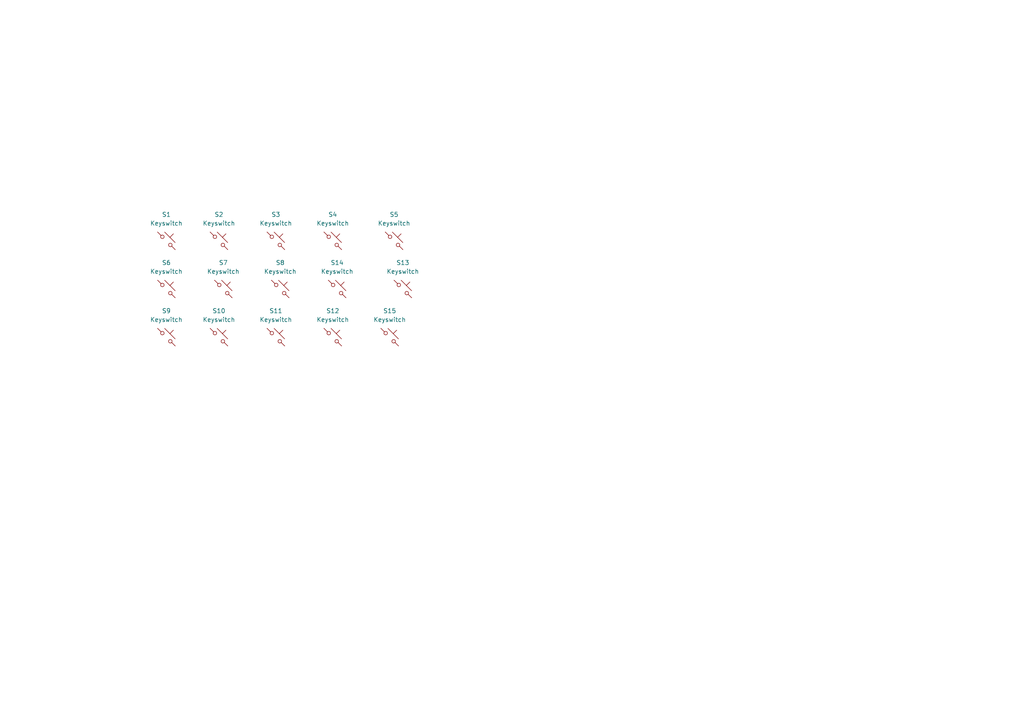
<source format=kicad_sch>
(kicad_sch (version 20250114) (generator "eeschema") (generator_version "9.0")
  (paper "A4")
  (lib_symbols
    (symbol "Symbols:Placeholder_Keyswitch" (pin_numbers (hide yes)) (pin_names (offset 1.016) (hide yes))
      (property "Reference" "S" (at 3.048 1.016 0))
      (property "Value" "Keyswitch" (at 0 -3.81 0))
      (symbol "Placeholder_Keyswitch_0_1"
        (polyline (pts (xy -2.54 2.54) (xy -1.524 1.524) (xy -1.524 1.524)))
        (circle (center -1.1684 1.1684) (radius 0.508))
        (polyline (pts (xy -0.508 2.54) (xy 2.54 -0.508)))
        (polyline (pts (xy 1.016 1.016) (xy 2.032 2.032)))
        (circle (center 1.143 -1.1938) (radius 0.508))
        (polyline (pts (xy 1.524 -1.524) (xy 2.54 -2.54) (xy 2.54 -2.54) (xy 2.54 -2.54)))
        (pin passive line (at -2.54 2.54 0) (length 0) (name "1") (number "1"))
        (pin passive line (at 2.54 -2.54 180) (length 0) (name "2") (number "2"))
      )
    )
  )
  (symbol (lib_id "Symbols:Placeholder_Keyswitch") (at 48.26 83.82 0) (unit 1)
    (property "Reference" "S6" (at 48.26 76.2 0))
    (property "Value" "Keyswitch" (at 48.26 78.74 0))
    (property "Footprint" "Footprints:PLATE_choc" (effects (hide yes)))
    (property "Description" "Push button switch, normally open, two pins, 45° tilted" (effects (hide yes)))
  )
  (symbol (lib_id "Symbols:Placeholder_Keyswitch") (at 96.52 69.85 0) (unit 1)
    (property "Reference" "S4" (at 96.52 62.23 0))
    (property "Value" "Keyswitch" (at 96.52 64.77 0))
    (property "Footprint" "Footprints:PLATE_choc_footprint_exp" (effects (hide yes)))
    (property "Description" "Push button switch, normally open, two pins, 45° tilted" (effects (hide yes)))
  )
  (symbol (lib_id "Symbols:Placeholder_Keyswitch") (at 81.28 83.82 0) (unit 1)
    (property "Reference" "S8" (at 81.28 76.2 0))
    (property "Value" "Keyswitch" (at 81.28 78.74 0))
    (property "Footprint" "Footprints:PLATE_choc" (effects (hide yes)))
    (property "Description" "Push button switch, normally open, two pins, 45° tilted" (effects (hide yes)))
  )
  (symbol (lib_id "Symbols:Placeholder_Keyswitch") (at 48.26 97.79 0) (unit 1)
    (property "Reference" "S9" (at 48.26 90.17 0))
    (property "Value" "Keyswitch" (at 48.26 92.71 0))
    (property "Footprint" "Footprints:PLATE_choc" (effects (hide yes)))
    (property "Description" "Push button switch, normally open, two pins, 45° tilted" (effects (hide yes)))
  )
  (symbol (lib_id "Symbols:Placeholder_Keyswitch") (at 97.79 83.82 0) (unit 1)
    (property "Reference" "S14" (at 97.79 76.2 0))
    (property "Value" "Keyswitch" (at 97.79 78.74 0))
    (property "Footprint" "Footprints:PLATE_choc" (effects (hide yes)))
    (property "Description" "Push button switch, normally open, two pins, 45° tilted" (effects (hide yes)))
  )
  (symbol (lib_id "Symbols:Placeholder_Keyswitch") (at 114.3 69.85 0) (unit 1)
    (property "Reference" "S5" (at 114.3 62.23 0))
    (property "Value" "Keyswitch" (at 114.3 64.77 0))
    (property "Footprint" "Footprints:PLATE_choc" (effects (hide yes)))
    (property "Description" "Push button switch, normally open, two pins, 45° tilted" (effects (hide yes)))
  )
  (symbol (lib_id "Symbols:Placeholder_Keyswitch") (at 63.5 97.79 0) (unit 1)
    (property "Reference" "S10" (at 63.5 90.17 0))
    (property "Value" "Keyswitch" (at 63.5 92.71 0))
    (property "Footprint" "Footprints:PLATE_choc" (effects (hide yes)))
    (property "Description" "Push button switch, normally open, two pins, 45° tilted" (effects (hide yes)))
  )
  (symbol (lib_id "Symbols:Placeholder_Keyswitch") (at 113.03 97.79 0) (unit 1)
    (property "Reference" "S15" (at 113.03 90.17 0))
    (property "Value" "Keyswitch" (at 113.03 92.71 0))
    (property "Footprint" "Footprints:PLATE_choc" (effects (hide yes)))
    (property "Description" "Push button switch, normally open, two pins, 45° tilted" (effects (hide yes)))
  )
  (symbol (lib_id "Symbols:Placeholder_Keyswitch") (at 96.52 97.79 0) (unit 1)
    (property "Reference" "S12" (at 96.52 90.17 0))
    (property "Value" "Keyswitch" (at 96.52 92.71 0))
    (property "Footprint" "Footprints:PLATE_choc" (effects (hide yes)))
    (property "Description" "Push button switch, normally open, two pins, 45° tilted" (effects (hide yes)))
  )
  (symbol (lib_id "Symbols:Placeholder_Keyswitch") (at 63.5 69.85 0) (unit 1)
    (property "Reference" "S2" (at 63.5 62.23 0))
    (property "Value" "Keyswitch" (at 63.5 64.77 0))
    (property "Footprint" "Footprints:PLATE_choc_footprint_exp" (effects (hide yes)))
    (property "Description" "Push button switch, normally open, two pins, 45° tilted" (effects (hide yes)))
  )
  (symbol (lib_id "Symbols:Placeholder_Keyswitch") (at 80.01 97.79 0) (unit 1)
    (property "Reference" "S11" (at 80.01 90.17 0))
    (property "Value" "Keyswitch" (at 80.01 92.71 0))
    (property "Footprint" "Footprints:PLATE_choc" (effects (hide yes)))
    (property "Description" "Push button switch, normally open, two pins, 45° tilted" (effects (hide yes)))
  )
  (symbol (lib_id "Symbols:Placeholder_Keyswitch") (at 48.26 69.85 0) (unit 1)
    (property "Reference" "S1" (at 48.26 62.23 0))
    (property "Value" "Keyswitch" (at 48.26 64.77 0))
    (property "Footprint" "Footprints:PLATE_choc_footprint_exp" (effects (hide yes)))
    (property "Description" "Push button switch, normally open, two pins, 45° tilted" (effects (hide yes)))
  )
  (symbol (lib_id "Symbols:Placeholder_Keyswitch") (at 80.01 69.85 0) (unit 1)
    (property "Reference" "S3" (at 80.01 62.23 0))
    (property "Value" "Keyswitch" (at 80.01 64.77 0))
    (property "Footprint" "Footprints:PLATE_choc_footprint_exp" (effects (hide yes)))
    (property "Description" "Push button switch, normally open, two pins, 45° tilted" (effects (hide yes)))
  )
  (symbol (lib_id "Symbols:Placeholder_Keyswitch") (at 64.77 83.82 0) (unit 1)
    (property "Reference" "S7" (at 64.77 76.2 0))
    (property "Value" "Keyswitch" (at 64.77 78.74 0))
    (property "Footprint" "Footprints:PLATE_choc" (effects (hide yes)))
    (property "Description" "Push button switch, normally open, two pins, 45° tilted" (effects (hide yes)))
  )
  (symbol (lib_id "Symbols:Placeholder_Keyswitch") (at 116.84 83.82 0) (unit 1)
    (property "Reference" "S13" (at 116.84 76.2 0))
    (property "Value" "Keyswitch" (at 116.84 78.74 0))
    (property "Footprint" "Footprints:PLATE_choc" (effects (hide yes)))
    (property "Description" "Push button switch, normally open, two pins, 45° tilted" (effects (hide yes)))
  )
)
</source>
